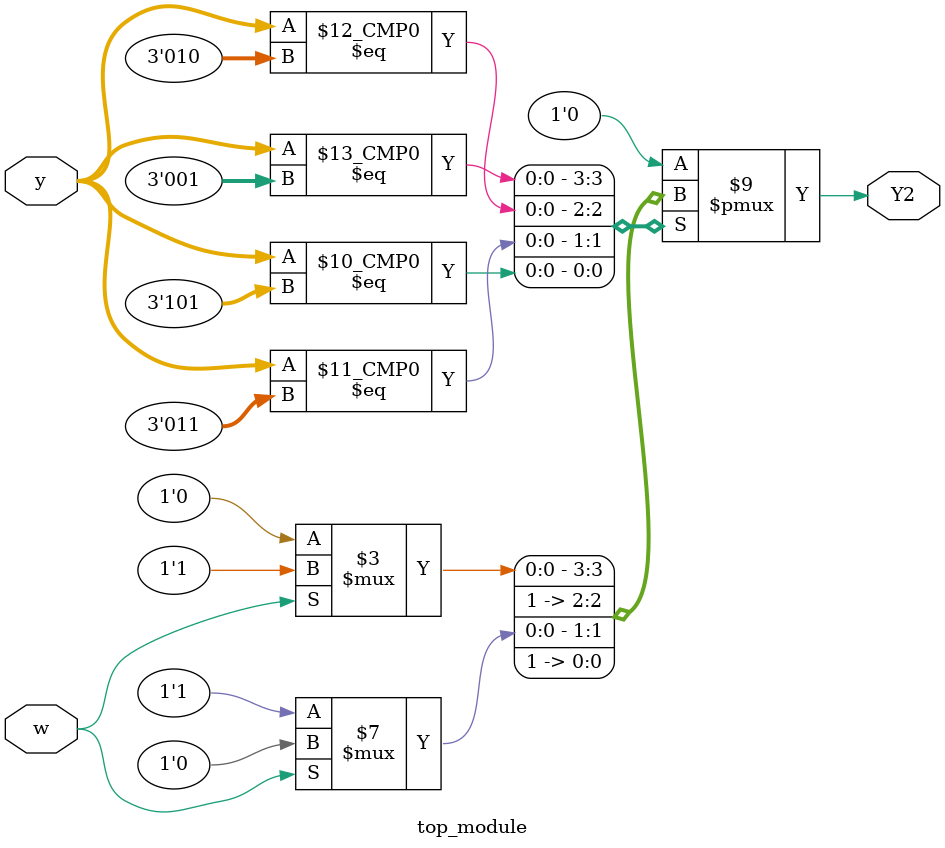
<source format=sv>
module top_module(
    input [3:1] y,
    input w,
    output reg Y2);
    
    always @(*) begin
        case (y)
            3'b000: Y2 = 1'b0;              // State A -> Y2 is 0
            3'b001: Y2 = (w == 1'b0) ? 1'b0 : 1'b1;  // State B -> Y2 is 0 if w=0; 1 if w=1
            3'b010: Y2 = (w == 1'b0) ? 1'b1 : 1'b1;  // State C -> Y2 is 1
            3'b011: Y2 = (w == 1'b0) ? 1'b1 : 1'b0;  // State D -> Y2 is 1 if w=0; 0 if w=1
            3'b100: Y2 = 1'b0;              // State E -> Y2 is 0
            3'b101: Y2 = 1'b1;              // State F -> Y2 is 1
            default: Y2 = 1'b0;             // Default case for safety
        endcase
    end
    
endmodule

</source>
